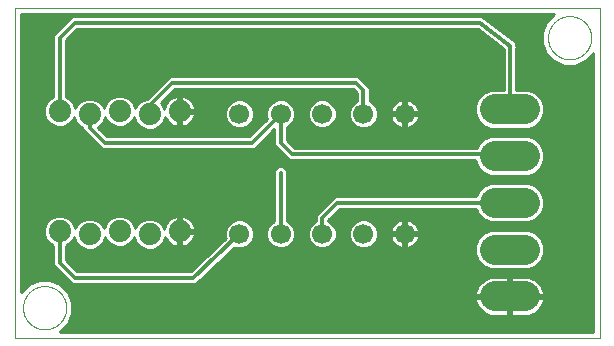
<source format=gbl>
G75*
%MOIN*%
%OFA0B0*%
%FSLAX25Y25*%
%IPPOS*%
%LPD*%
%AMOC8*
5,1,8,0,0,1.08239X$1,22.5*
%
%ADD10C,0.00000*%
%ADD11C,0.10039*%
%ADD12C,0.07400*%
%ADD13C,0.06693*%
%ADD14C,0.01000*%
%ADD15C,0.01200*%
D10*
X0001500Y0003333D02*
X0001500Y0113333D01*
X0196500Y0113333D01*
X0196500Y0003333D01*
X0001500Y0003333D01*
X0004300Y0013333D02*
X0004302Y0013510D01*
X0004309Y0013686D01*
X0004320Y0013863D01*
X0004335Y0014039D01*
X0004354Y0014214D01*
X0004378Y0014389D01*
X0004406Y0014564D01*
X0004438Y0014738D01*
X0004475Y0014911D01*
X0004516Y0015082D01*
X0004561Y0015253D01*
X0004610Y0015423D01*
X0004663Y0015592D01*
X0004721Y0015759D01*
X0004782Y0015924D01*
X0004848Y0016088D01*
X0004918Y0016251D01*
X0004991Y0016411D01*
X0005069Y0016570D01*
X0005150Y0016727D01*
X0005235Y0016882D01*
X0005324Y0017035D01*
X0005417Y0017185D01*
X0005513Y0017333D01*
X0005613Y0017479D01*
X0005717Y0017622D01*
X0005824Y0017763D01*
X0005934Y0017901D01*
X0006048Y0018036D01*
X0006165Y0018168D01*
X0006285Y0018298D01*
X0006409Y0018424D01*
X0006535Y0018548D01*
X0006665Y0018668D01*
X0006797Y0018785D01*
X0006932Y0018899D01*
X0007070Y0019009D01*
X0007211Y0019116D01*
X0007354Y0019220D01*
X0007500Y0019320D01*
X0007648Y0019416D01*
X0007798Y0019509D01*
X0007951Y0019598D01*
X0008106Y0019683D01*
X0008263Y0019764D01*
X0008422Y0019842D01*
X0008582Y0019915D01*
X0008745Y0019985D01*
X0008909Y0020051D01*
X0009074Y0020112D01*
X0009241Y0020170D01*
X0009410Y0020223D01*
X0009580Y0020272D01*
X0009751Y0020317D01*
X0009922Y0020358D01*
X0010095Y0020395D01*
X0010269Y0020427D01*
X0010444Y0020455D01*
X0010619Y0020479D01*
X0010794Y0020498D01*
X0010970Y0020513D01*
X0011147Y0020524D01*
X0011323Y0020531D01*
X0011500Y0020533D01*
X0011677Y0020531D01*
X0011853Y0020524D01*
X0012030Y0020513D01*
X0012206Y0020498D01*
X0012381Y0020479D01*
X0012556Y0020455D01*
X0012731Y0020427D01*
X0012905Y0020395D01*
X0013078Y0020358D01*
X0013249Y0020317D01*
X0013420Y0020272D01*
X0013590Y0020223D01*
X0013759Y0020170D01*
X0013926Y0020112D01*
X0014091Y0020051D01*
X0014255Y0019985D01*
X0014418Y0019915D01*
X0014578Y0019842D01*
X0014737Y0019764D01*
X0014894Y0019683D01*
X0015049Y0019598D01*
X0015202Y0019509D01*
X0015352Y0019416D01*
X0015500Y0019320D01*
X0015646Y0019220D01*
X0015789Y0019116D01*
X0015930Y0019009D01*
X0016068Y0018899D01*
X0016203Y0018785D01*
X0016335Y0018668D01*
X0016465Y0018548D01*
X0016591Y0018424D01*
X0016715Y0018298D01*
X0016835Y0018168D01*
X0016952Y0018036D01*
X0017066Y0017901D01*
X0017176Y0017763D01*
X0017283Y0017622D01*
X0017387Y0017479D01*
X0017487Y0017333D01*
X0017583Y0017185D01*
X0017676Y0017035D01*
X0017765Y0016882D01*
X0017850Y0016727D01*
X0017931Y0016570D01*
X0018009Y0016411D01*
X0018082Y0016251D01*
X0018152Y0016088D01*
X0018218Y0015924D01*
X0018279Y0015759D01*
X0018337Y0015592D01*
X0018390Y0015423D01*
X0018439Y0015253D01*
X0018484Y0015082D01*
X0018525Y0014911D01*
X0018562Y0014738D01*
X0018594Y0014564D01*
X0018622Y0014389D01*
X0018646Y0014214D01*
X0018665Y0014039D01*
X0018680Y0013863D01*
X0018691Y0013686D01*
X0018698Y0013510D01*
X0018700Y0013333D01*
X0018698Y0013156D01*
X0018691Y0012980D01*
X0018680Y0012803D01*
X0018665Y0012627D01*
X0018646Y0012452D01*
X0018622Y0012277D01*
X0018594Y0012102D01*
X0018562Y0011928D01*
X0018525Y0011755D01*
X0018484Y0011584D01*
X0018439Y0011413D01*
X0018390Y0011243D01*
X0018337Y0011074D01*
X0018279Y0010907D01*
X0018218Y0010742D01*
X0018152Y0010578D01*
X0018082Y0010415D01*
X0018009Y0010255D01*
X0017931Y0010096D01*
X0017850Y0009939D01*
X0017765Y0009784D01*
X0017676Y0009631D01*
X0017583Y0009481D01*
X0017487Y0009333D01*
X0017387Y0009187D01*
X0017283Y0009044D01*
X0017176Y0008903D01*
X0017066Y0008765D01*
X0016952Y0008630D01*
X0016835Y0008498D01*
X0016715Y0008368D01*
X0016591Y0008242D01*
X0016465Y0008118D01*
X0016335Y0007998D01*
X0016203Y0007881D01*
X0016068Y0007767D01*
X0015930Y0007657D01*
X0015789Y0007550D01*
X0015646Y0007446D01*
X0015500Y0007346D01*
X0015352Y0007250D01*
X0015202Y0007157D01*
X0015049Y0007068D01*
X0014894Y0006983D01*
X0014737Y0006902D01*
X0014578Y0006824D01*
X0014418Y0006751D01*
X0014255Y0006681D01*
X0014091Y0006615D01*
X0013926Y0006554D01*
X0013759Y0006496D01*
X0013590Y0006443D01*
X0013420Y0006394D01*
X0013249Y0006349D01*
X0013078Y0006308D01*
X0012905Y0006271D01*
X0012731Y0006239D01*
X0012556Y0006211D01*
X0012381Y0006187D01*
X0012206Y0006168D01*
X0012030Y0006153D01*
X0011853Y0006142D01*
X0011677Y0006135D01*
X0011500Y0006133D01*
X0011323Y0006135D01*
X0011147Y0006142D01*
X0010970Y0006153D01*
X0010794Y0006168D01*
X0010619Y0006187D01*
X0010444Y0006211D01*
X0010269Y0006239D01*
X0010095Y0006271D01*
X0009922Y0006308D01*
X0009751Y0006349D01*
X0009580Y0006394D01*
X0009410Y0006443D01*
X0009241Y0006496D01*
X0009074Y0006554D01*
X0008909Y0006615D01*
X0008745Y0006681D01*
X0008582Y0006751D01*
X0008422Y0006824D01*
X0008263Y0006902D01*
X0008106Y0006983D01*
X0007951Y0007068D01*
X0007798Y0007157D01*
X0007648Y0007250D01*
X0007500Y0007346D01*
X0007354Y0007446D01*
X0007211Y0007550D01*
X0007070Y0007657D01*
X0006932Y0007767D01*
X0006797Y0007881D01*
X0006665Y0007998D01*
X0006535Y0008118D01*
X0006409Y0008242D01*
X0006285Y0008368D01*
X0006165Y0008498D01*
X0006048Y0008630D01*
X0005934Y0008765D01*
X0005824Y0008903D01*
X0005717Y0009044D01*
X0005613Y0009187D01*
X0005513Y0009333D01*
X0005417Y0009481D01*
X0005324Y0009631D01*
X0005235Y0009784D01*
X0005150Y0009939D01*
X0005069Y0010096D01*
X0004991Y0010255D01*
X0004918Y0010415D01*
X0004848Y0010578D01*
X0004782Y0010742D01*
X0004721Y0010907D01*
X0004663Y0011074D01*
X0004610Y0011243D01*
X0004561Y0011413D01*
X0004516Y0011584D01*
X0004475Y0011755D01*
X0004438Y0011928D01*
X0004406Y0012102D01*
X0004378Y0012277D01*
X0004354Y0012452D01*
X0004335Y0012627D01*
X0004320Y0012803D01*
X0004309Y0012980D01*
X0004302Y0013156D01*
X0004300Y0013333D01*
X0179300Y0103333D02*
X0179302Y0103510D01*
X0179309Y0103686D01*
X0179320Y0103863D01*
X0179335Y0104039D01*
X0179354Y0104214D01*
X0179378Y0104389D01*
X0179406Y0104564D01*
X0179438Y0104738D01*
X0179475Y0104911D01*
X0179516Y0105082D01*
X0179561Y0105253D01*
X0179610Y0105423D01*
X0179663Y0105592D01*
X0179721Y0105759D01*
X0179782Y0105924D01*
X0179848Y0106088D01*
X0179918Y0106251D01*
X0179991Y0106411D01*
X0180069Y0106570D01*
X0180150Y0106727D01*
X0180235Y0106882D01*
X0180324Y0107035D01*
X0180417Y0107185D01*
X0180513Y0107333D01*
X0180613Y0107479D01*
X0180717Y0107622D01*
X0180824Y0107763D01*
X0180934Y0107901D01*
X0181048Y0108036D01*
X0181165Y0108168D01*
X0181285Y0108298D01*
X0181409Y0108424D01*
X0181535Y0108548D01*
X0181665Y0108668D01*
X0181797Y0108785D01*
X0181932Y0108899D01*
X0182070Y0109009D01*
X0182211Y0109116D01*
X0182354Y0109220D01*
X0182500Y0109320D01*
X0182648Y0109416D01*
X0182798Y0109509D01*
X0182951Y0109598D01*
X0183106Y0109683D01*
X0183263Y0109764D01*
X0183422Y0109842D01*
X0183582Y0109915D01*
X0183745Y0109985D01*
X0183909Y0110051D01*
X0184074Y0110112D01*
X0184241Y0110170D01*
X0184410Y0110223D01*
X0184580Y0110272D01*
X0184751Y0110317D01*
X0184922Y0110358D01*
X0185095Y0110395D01*
X0185269Y0110427D01*
X0185444Y0110455D01*
X0185619Y0110479D01*
X0185794Y0110498D01*
X0185970Y0110513D01*
X0186147Y0110524D01*
X0186323Y0110531D01*
X0186500Y0110533D01*
X0186677Y0110531D01*
X0186853Y0110524D01*
X0187030Y0110513D01*
X0187206Y0110498D01*
X0187381Y0110479D01*
X0187556Y0110455D01*
X0187731Y0110427D01*
X0187905Y0110395D01*
X0188078Y0110358D01*
X0188249Y0110317D01*
X0188420Y0110272D01*
X0188590Y0110223D01*
X0188759Y0110170D01*
X0188926Y0110112D01*
X0189091Y0110051D01*
X0189255Y0109985D01*
X0189418Y0109915D01*
X0189578Y0109842D01*
X0189737Y0109764D01*
X0189894Y0109683D01*
X0190049Y0109598D01*
X0190202Y0109509D01*
X0190352Y0109416D01*
X0190500Y0109320D01*
X0190646Y0109220D01*
X0190789Y0109116D01*
X0190930Y0109009D01*
X0191068Y0108899D01*
X0191203Y0108785D01*
X0191335Y0108668D01*
X0191465Y0108548D01*
X0191591Y0108424D01*
X0191715Y0108298D01*
X0191835Y0108168D01*
X0191952Y0108036D01*
X0192066Y0107901D01*
X0192176Y0107763D01*
X0192283Y0107622D01*
X0192387Y0107479D01*
X0192487Y0107333D01*
X0192583Y0107185D01*
X0192676Y0107035D01*
X0192765Y0106882D01*
X0192850Y0106727D01*
X0192931Y0106570D01*
X0193009Y0106411D01*
X0193082Y0106251D01*
X0193152Y0106088D01*
X0193218Y0105924D01*
X0193279Y0105759D01*
X0193337Y0105592D01*
X0193390Y0105423D01*
X0193439Y0105253D01*
X0193484Y0105082D01*
X0193525Y0104911D01*
X0193562Y0104738D01*
X0193594Y0104564D01*
X0193622Y0104389D01*
X0193646Y0104214D01*
X0193665Y0104039D01*
X0193680Y0103863D01*
X0193691Y0103686D01*
X0193698Y0103510D01*
X0193700Y0103333D01*
X0193698Y0103156D01*
X0193691Y0102980D01*
X0193680Y0102803D01*
X0193665Y0102627D01*
X0193646Y0102452D01*
X0193622Y0102277D01*
X0193594Y0102102D01*
X0193562Y0101928D01*
X0193525Y0101755D01*
X0193484Y0101584D01*
X0193439Y0101413D01*
X0193390Y0101243D01*
X0193337Y0101074D01*
X0193279Y0100907D01*
X0193218Y0100742D01*
X0193152Y0100578D01*
X0193082Y0100415D01*
X0193009Y0100255D01*
X0192931Y0100096D01*
X0192850Y0099939D01*
X0192765Y0099784D01*
X0192676Y0099631D01*
X0192583Y0099481D01*
X0192487Y0099333D01*
X0192387Y0099187D01*
X0192283Y0099044D01*
X0192176Y0098903D01*
X0192066Y0098765D01*
X0191952Y0098630D01*
X0191835Y0098498D01*
X0191715Y0098368D01*
X0191591Y0098242D01*
X0191465Y0098118D01*
X0191335Y0097998D01*
X0191203Y0097881D01*
X0191068Y0097767D01*
X0190930Y0097657D01*
X0190789Y0097550D01*
X0190646Y0097446D01*
X0190500Y0097346D01*
X0190352Y0097250D01*
X0190202Y0097157D01*
X0190049Y0097068D01*
X0189894Y0096983D01*
X0189737Y0096902D01*
X0189578Y0096824D01*
X0189418Y0096751D01*
X0189255Y0096681D01*
X0189091Y0096615D01*
X0188926Y0096554D01*
X0188759Y0096496D01*
X0188590Y0096443D01*
X0188420Y0096394D01*
X0188249Y0096349D01*
X0188078Y0096308D01*
X0187905Y0096271D01*
X0187731Y0096239D01*
X0187556Y0096211D01*
X0187381Y0096187D01*
X0187206Y0096168D01*
X0187030Y0096153D01*
X0186853Y0096142D01*
X0186677Y0096135D01*
X0186500Y0096133D01*
X0186323Y0096135D01*
X0186147Y0096142D01*
X0185970Y0096153D01*
X0185794Y0096168D01*
X0185619Y0096187D01*
X0185444Y0096211D01*
X0185269Y0096239D01*
X0185095Y0096271D01*
X0184922Y0096308D01*
X0184751Y0096349D01*
X0184580Y0096394D01*
X0184410Y0096443D01*
X0184241Y0096496D01*
X0184074Y0096554D01*
X0183909Y0096615D01*
X0183745Y0096681D01*
X0183582Y0096751D01*
X0183422Y0096824D01*
X0183263Y0096902D01*
X0183106Y0096983D01*
X0182951Y0097068D01*
X0182798Y0097157D01*
X0182648Y0097250D01*
X0182500Y0097346D01*
X0182354Y0097446D01*
X0182211Y0097550D01*
X0182070Y0097657D01*
X0181932Y0097767D01*
X0181797Y0097881D01*
X0181665Y0097998D01*
X0181535Y0098118D01*
X0181409Y0098242D01*
X0181285Y0098368D01*
X0181165Y0098498D01*
X0181048Y0098630D01*
X0180934Y0098765D01*
X0180824Y0098903D01*
X0180717Y0099044D01*
X0180613Y0099187D01*
X0180513Y0099333D01*
X0180417Y0099481D01*
X0180324Y0099631D01*
X0180235Y0099784D01*
X0180150Y0099939D01*
X0180069Y0100096D01*
X0179991Y0100255D01*
X0179918Y0100415D01*
X0179848Y0100578D01*
X0179782Y0100742D01*
X0179721Y0100907D01*
X0179663Y0101074D01*
X0179610Y0101243D01*
X0179561Y0101413D01*
X0179516Y0101584D01*
X0179475Y0101755D01*
X0179438Y0101928D01*
X0179406Y0102102D01*
X0179378Y0102277D01*
X0179354Y0102452D01*
X0179335Y0102627D01*
X0179320Y0102803D01*
X0179309Y0102980D01*
X0179302Y0103156D01*
X0179300Y0103333D01*
D11*
X0171520Y0079514D02*
X0161480Y0079514D01*
X0161480Y0063924D02*
X0171520Y0063924D01*
X0171520Y0048333D02*
X0161480Y0048333D01*
X0161480Y0032743D02*
X0171520Y0032743D01*
X0171520Y0017152D02*
X0161480Y0017152D01*
D12*
X0056500Y0038833D03*
X0046500Y0037833D03*
X0036500Y0038833D03*
X0026500Y0037833D03*
X0016500Y0038833D03*
X0026500Y0077833D03*
X0016500Y0078833D03*
X0036500Y0078833D03*
X0046500Y0077833D03*
X0056500Y0078833D03*
D13*
X0076441Y0077940D03*
X0090220Y0077940D03*
X0104000Y0077940D03*
X0117780Y0077940D03*
X0131559Y0077940D03*
X0131559Y0037940D03*
X0117780Y0037940D03*
X0104000Y0037940D03*
X0090220Y0037940D03*
X0076441Y0037940D03*
D14*
X0079958Y0041277D02*
X0086704Y0041277D01*
X0086112Y0040685D02*
X0085374Y0038904D01*
X0085374Y0036976D01*
X0086112Y0035194D01*
X0087475Y0033831D01*
X0089256Y0033093D01*
X0091184Y0033093D01*
X0092966Y0033831D01*
X0094329Y0035194D01*
X0095067Y0036976D01*
X0095067Y0038904D01*
X0094329Y0040685D01*
X0092966Y0042048D01*
X0092320Y0042316D01*
X0092320Y0059203D01*
X0091090Y0060433D01*
X0089351Y0060433D01*
X0088120Y0059203D01*
X0088120Y0042316D01*
X0087475Y0042048D01*
X0086112Y0040685D01*
X0085943Y0040278D02*
X0080718Y0040278D01*
X0080550Y0040685D02*
X0079186Y0042048D01*
X0077405Y0042786D01*
X0075477Y0042786D01*
X0073696Y0042048D01*
X0072332Y0040685D01*
X0071594Y0038904D01*
X0071594Y0036976D01*
X0071814Y0036445D01*
X0060209Y0025433D01*
X0022370Y0025433D01*
X0018600Y0029203D01*
X0018600Y0034075D01*
X0019446Y0034425D01*
X0020908Y0035888D01*
X0021300Y0036833D01*
X0021300Y0036799D01*
X0022092Y0034888D01*
X0023554Y0033425D01*
X0025466Y0032633D01*
X0027534Y0032633D01*
X0029446Y0033425D01*
X0030908Y0034888D01*
X0031700Y0036799D01*
X0031700Y0036833D01*
X0032092Y0035888D01*
X0033554Y0034425D01*
X0035466Y0033633D01*
X0037534Y0033633D01*
X0039446Y0034425D01*
X0040908Y0035888D01*
X0041300Y0036833D01*
X0041300Y0036799D01*
X0042092Y0034888D01*
X0043554Y0033425D01*
X0045466Y0032633D01*
X0047534Y0032633D01*
X0049446Y0033425D01*
X0050908Y0034888D01*
X0051700Y0036799D01*
X0051700Y0036800D01*
X0052053Y0036108D01*
X0052534Y0035446D01*
X0053112Y0034867D01*
X0053775Y0034386D01*
X0054504Y0034014D01*
X0055282Y0033761D01*
X0056000Y0033648D01*
X0056000Y0038333D01*
X0057000Y0038333D01*
X0057000Y0033648D01*
X0057718Y0033761D01*
X0058496Y0034014D01*
X0059225Y0034386D01*
X0059888Y0034867D01*
X0060466Y0035446D01*
X0060947Y0036108D01*
X0061319Y0036837D01*
X0061572Y0037616D01*
X0061686Y0038333D01*
X0057000Y0038333D01*
X0057000Y0039333D01*
X0061686Y0039333D01*
X0061572Y0040051D01*
X0061319Y0040829D01*
X0060947Y0041559D01*
X0060466Y0042221D01*
X0059888Y0042800D01*
X0059225Y0043281D01*
X0058496Y0043652D01*
X0057718Y0043905D01*
X0057000Y0044019D01*
X0057000Y0039333D01*
X0056000Y0039333D01*
X0056000Y0044019D01*
X0055282Y0043905D01*
X0054504Y0043652D01*
X0053775Y0043281D01*
X0053112Y0042800D01*
X0052534Y0042221D01*
X0052053Y0041559D01*
X0051681Y0040829D01*
X0051428Y0040051D01*
X0051368Y0039670D01*
X0050908Y0040779D01*
X0049446Y0042242D01*
X0047534Y0043033D01*
X0045466Y0043033D01*
X0043554Y0042242D01*
X0042092Y0040779D01*
X0041700Y0039833D01*
X0041700Y0039868D01*
X0040908Y0041779D01*
X0039446Y0043242D01*
X0037534Y0044033D01*
X0035466Y0044033D01*
X0033554Y0043242D01*
X0032092Y0041779D01*
X0031300Y0039868D01*
X0031300Y0039833D01*
X0030908Y0040779D01*
X0029446Y0042242D01*
X0027534Y0043033D01*
X0025466Y0043033D01*
X0023554Y0042242D01*
X0022092Y0040779D01*
X0021700Y0039833D01*
X0021700Y0039868D01*
X0020908Y0041779D01*
X0019446Y0043242D01*
X0017534Y0044033D01*
X0015466Y0044033D01*
X0013554Y0043242D01*
X0012092Y0041779D01*
X0011300Y0039868D01*
X0011300Y0037799D01*
X0012092Y0035888D01*
X0013554Y0034425D01*
X0014400Y0034075D01*
X0014400Y0027463D01*
X0015630Y0026233D01*
X0019400Y0022463D01*
X0020630Y0021233D01*
X0061020Y0021233D01*
X0061862Y0021211D01*
X0061885Y0021233D01*
X0061917Y0021233D01*
X0062513Y0021829D01*
X0074716Y0033408D01*
X0075477Y0033093D01*
X0077405Y0033093D01*
X0079186Y0033831D01*
X0080550Y0035194D01*
X0081287Y0036976D01*
X0081287Y0038904D01*
X0080550Y0040685D01*
X0081132Y0039280D02*
X0085530Y0039280D01*
X0085374Y0038281D02*
X0081287Y0038281D01*
X0081287Y0037283D02*
X0085374Y0037283D01*
X0085660Y0036284D02*
X0081001Y0036284D01*
X0080587Y0035286D02*
X0086074Y0035286D01*
X0087019Y0034287D02*
X0079642Y0034287D01*
X0077877Y0033289D02*
X0088784Y0033289D01*
X0091656Y0033289D02*
X0102564Y0033289D01*
X0103036Y0033093D02*
X0104964Y0033093D01*
X0106745Y0033831D01*
X0108109Y0035194D01*
X0108846Y0036976D01*
X0108846Y0038904D01*
X0108109Y0040685D01*
X0106745Y0042048D01*
X0106100Y0042316D01*
X0106100Y0042463D01*
X0109870Y0046233D01*
X0155293Y0046233D01*
X0155953Y0044640D01*
X0157787Y0042806D01*
X0160183Y0041814D01*
X0172817Y0041814D01*
X0175213Y0042806D01*
X0177047Y0044640D01*
X0178039Y0047036D01*
X0178039Y0049630D01*
X0177047Y0052026D01*
X0175213Y0053860D01*
X0172817Y0054853D01*
X0160183Y0054853D01*
X0157787Y0053860D01*
X0155953Y0052026D01*
X0155293Y0050433D01*
X0108130Y0050433D01*
X0103130Y0045433D01*
X0101900Y0044203D01*
X0101900Y0042316D01*
X0101255Y0042048D01*
X0099891Y0040685D01*
X0099154Y0038904D01*
X0099154Y0036976D01*
X0099891Y0035194D01*
X0101255Y0033831D01*
X0103036Y0033093D01*
X0100799Y0034287D02*
X0093422Y0034287D01*
X0094367Y0035286D02*
X0099854Y0035286D01*
X0099440Y0036284D02*
X0094781Y0036284D01*
X0095067Y0037283D02*
X0099154Y0037283D01*
X0099154Y0038281D02*
X0095067Y0038281D01*
X0094911Y0039280D02*
X0099309Y0039280D01*
X0099723Y0040278D02*
X0094498Y0040278D01*
X0093737Y0041277D02*
X0100483Y0041277D01*
X0101803Y0042275D02*
X0092418Y0042275D01*
X0092320Y0043274D02*
X0101900Y0043274D01*
X0101969Y0044272D02*
X0092320Y0044272D01*
X0092320Y0045271D02*
X0102968Y0045271D01*
X0103966Y0046269D02*
X0092320Y0046269D01*
X0092320Y0047268D02*
X0104965Y0047268D01*
X0105963Y0048266D02*
X0092320Y0048266D01*
X0092320Y0049265D02*
X0106962Y0049265D01*
X0107960Y0050263D02*
X0092320Y0050263D01*
X0092320Y0051262D02*
X0155637Y0051262D01*
X0156187Y0052260D02*
X0092320Y0052260D01*
X0092320Y0053259D02*
X0157186Y0053259D01*
X0158746Y0054257D02*
X0092320Y0054257D01*
X0092320Y0055256D02*
X0194425Y0055256D01*
X0194425Y0056254D02*
X0092320Y0056254D01*
X0092320Y0057253D02*
X0194425Y0057253D01*
X0194425Y0058251D02*
X0174862Y0058251D01*
X0175213Y0058397D02*
X0177047Y0060231D01*
X0178039Y0062627D01*
X0178039Y0065221D01*
X0177047Y0067617D01*
X0175213Y0069451D01*
X0172817Y0070444D01*
X0160183Y0070444D01*
X0157787Y0069451D01*
X0155953Y0067617D01*
X0155566Y0066683D01*
X0094840Y0066683D01*
X0092320Y0069203D01*
X0092320Y0073564D01*
X0092966Y0073831D01*
X0094329Y0075194D01*
X0095067Y0076976D01*
X0095067Y0078904D01*
X0094329Y0080685D01*
X0092966Y0082048D01*
X0091184Y0082786D01*
X0089256Y0082786D01*
X0087475Y0082048D01*
X0086112Y0080685D01*
X0085374Y0078904D01*
X0085374Y0076976D01*
X0085641Y0076330D01*
X0079744Y0070433D01*
X0032370Y0070433D01*
X0029398Y0073405D01*
X0029446Y0073425D01*
X0030908Y0074888D01*
X0031700Y0076799D01*
X0031700Y0076833D01*
X0032092Y0075888D01*
X0033554Y0074425D01*
X0035466Y0073633D01*
X0037534Y0073633D01*
X0039446Y0074425D01*
X0040908Y0075888D01*
X0041300Y0076833D01*
X0041300Y0076799D01*
X0042092Y0074888D01*
X0043554Y0073425D01*
X0045466Y0072633D01*
X0047534Y0072633D01*
X0049446Y0073425D01*
X0050908Y0074888D01*
X0051700Y0076799D01*
X0051700Y0076800D01*
X0052053Y0076108D01*
X0052534Y0075446D01*
X0053112Y0074867D01*
X0053775Y0074386D01*
X0054504Y0074014D01*
X0055282Y0073761D01*
X0056000Y0073648D01*
X0056000Y0078333D01*
X0057000Y0078333D01*
X0057000Y0073648D01*
X0057718Y0073761D01*
X0058496Y0074014D01*
X0059225Y0074386D01*
X0059888Y0074867D01*
X0060466Y0075446D01*
X0060947Y0076108D01*
X0061319Y0076837D01*
X0061572Y0077616D01*
X0061686Y0078333D01*
X0057000Y0078333D01*
X0057000Y0079333D01*
X0061686Y0079333D01*
X0061572Y0080051D01*
X0061319Y0080829D01*
X0060947Y0081559D01*
X0060466Y0082221D01*
X0059888Y0082800D01*
X0059225Y0083281D01*
X0058496Y0083652D01*
X0057718Y0083905D01*
X0057000Y0084019D01*
X0057000Y0079333D01*
X0056000Y0079333D01*
X0056000Y0084019D01*
X0055282Y0083905D01*
X0054504Y0083652D01*
X0053775Y0083281D01*
X0053112Y0082800D01*
X0052534Y0082221D01*
X0052053Y0081559D01*
X0051681Y0080829D01*
X0051428Y0080051D01*
X0051368Y0079670D01*
X0050908Y0080779D01*
X0050162Y0081525D01*
X0054870Y0086233D01*
X0114380Y0086233D01*
X0115650Y0084963D01*
X0115650Y0082303D01*
X0115034Y0082048D01*
X0113671Y0080685D01*
X0112933Y0078904D01*
X0112933Y0076976D01*
X0113671Y0075194D01*
X0115034Y0073831D01*
X0116816Y0073093D01*
X0118744Y0073093D01*
X0120525Y0073831D01*
X0121888Y0075194D01*
X0122626Y0076976D01*
X0122626Y0078904D01*
X0121888Y0080685D01*
X0120525Y0082048D01*
X0119850Y0082328D01*
X0119850Y0086703D01*
X0118620Y0087933D01*
X0116120Y0090433D01*
X0053130Y0090433D01*
X0051900Y0089203D01*
X0045730Y0083033D01*
X0045466Y0083033D01*
X0043554Y0082242D01*
X0042092Y0080779D01*
X0041700Y0079833D01*
X0041700Y0079868D01*
X0040908Y0081779D01*
X0039446Y0083242D01*
X0037534Y0084033D01*
X0035466Y0084033D01*
X0033554Y0083242D01*
X0032092Y0081779D01*
X0031300Y0079868D01*
X0031300Y0079833D01*
X0030908Y0080779D01*
X0029446Y0082242D01*
X0027534Y0083033D01*
X0025466Y0083033D01*
X0023554Y0082242D01*
X0022092Y0080779D01*
X0021700Y0079833D01*
X0021700Y0079868D01*
X0020908Y0081779D01*
X0019446Y0083242D01*
X0018600Y0083592D01*
X0018600Y0102463D01*
X0022370Y0106233D01*
X0155798Y0106233D01*
X0164518Y0099668D01*
X0164518Y0086034D01*
X0160183Y0086034D01*
X0157787Y0085042D01*
X0155953Y0083208D01*
X0154961Y0080811D01*
X0154961Y0078218D01*
X0155953Y0075821D01*
X0157787Y0073987D01*
X0160183Y0072995D01*
X0172817Y0072995D01*
X0175213Y0073987D01*
X0177047Y0075821D01*
X0178039Y0078218D01*
X0178039Y0080811D01*
X0177047Y0083208D01*
X0175213Y0085042D01*
X0172817Y0086034D01*
X0168718Y0086034D01*
X0168718Y0100013D01*
X0168819Y0100147D01*
X0168718Y0100862D01*
X0168718Y0101585D01*
X0168600Y0101704D01*
X0168576Y0101870D01*
X0167999Y0102304D01*
X0167488Y0102815D01*
X0167320Y0102815D01*
X0157881Y0109922D01*
X0157370Y0110433D01*
X0157202Y0110433D01*
X0157068Y0110534D01*
X0156353Y0110433D01*
X0020630Y0110433D01*
X0015630Y0105433D01*
X0014400Y0104203D01*
X0014400Y0083592D01*
X0013554Y0083242D01*
X0012092Y0081779D01*
X0011300Y0079868D01*
X0011300Y0077799D01*
X0012092Y0075888D01*
X0013554Y0074425D01*
X0015466Y0073633D01*
X0017534Y0073633D01*
X0019446Y0074425D01*
X0020908Y0075888D01*
X0021300Y0076833D01*
X0021300Y0076799D01*
X0022092Y0074888D01*
X0023554Y0073425D01*
X0024400Y0073075D01*
X0024400Y0072463D01*
X0029400Y0067463D01*
X0030630Y0066233D01*
X0081484Y0066233D01*
X0088120Y0072870D01*
X0088120Y0067463D01*
X0089351Y0066233D01*
X0093101Y0062483D01*
X0155020Y0062483D01*
X0155953Y0060231D01*
X0157787Y0058397D01*
X0160183Y0057404D01*
X0172817Y0057404D01*
X0175213Y0058397D01*
X0176066Y0059250D02*
X0194425Y0059250D01*
X0194425Y0060248D02*
X0177054Y0060248D01*
X0177468Y0061247D02*
X0194425Y0061247D01*
X0194425Y0062245D02*
X0177881Y0062245D01*
X0178039Y0063244D02*
X0194425Y0063244D01*
X0194425Y0064243D02*
X0178039Y0064243D01*
X0178031Y0065241D02*
X0194425Y0065241D01*
X0194425Y0066240D02*
X0177617Y0066240D01*
X0177204Y0067238D02*
X0194425Y0067238D01*
X0194425Y0068237D02*
X0176427Y0068237D01*
X0175429Y0069235D02*
X0194425Y0069235D01*
X0194425Y0070234D02*
X0173323Y0070234D01*
X0173382Y0073229D02*
X0194425Y0073229D01*
X0194425Y0072231D02*
X0092320Y0072231D01*
X0092320Y0073229D02*
X0102708Y0073229D01*
X0103036Y0073093D02*
X0104964Y0073093D01*
X0106745Y0073831D01*
X0108109Y0075194D01*
X0108846Y0076976D01*
X0108846Y0078904D01*
X0108109Y0080685D01*
X0106745Y0082048D01*
X0104964Y0082786D01*
X0103036Y0082786D01*
X0101255Y0082048D01*
X0099891Y0080685D01*
X0099154Y0078904D01*
X0099154Y0076976D01*
X0099891Y0075194D01*
X0101255Y0073831D01*
X0103036Y0073093D01*
X0100858Y0074228D02*
X0093362Y0074228D01*
X0094342Y0075226D02*
X0099878Y0075226D01*
X0099465Y0076225D02*
X0094756Y0076225D01*
X0095067Y0077223D02*
X0099154Y0077223D01*
X0099154Y0078222D02*
X0095067Y0078222D01*
X0094936Y0079220D02*
X0099285Y0079220D01*
X0099698Y0080219D02*
X0094522Y0080219D01*
X0093797Y0081217D02*
X0100424Y0081217D01*
X0101659Y0082216D02*
X0092561Y0082216D01*
X0087880Y0082216D02*
X0078782Y0082216D01*
X0079186Y0082048D02*
X0077405Y0082786D01*
X0075477Y0082786D01*
X0073696Y0082048D01*
X0072332Y0080685D01*
X0071594Y0078904D01*
X0071594Y0076976D01*
X0072332Y0075194D01*
X0073696Y0073831D01*
X0075477Y0073093D01*
X0077405Y0073093D01*
X0079186Y0073831D01*
X0080550Y0075194D01*
X0081287Y0076976D01*
X0081287Y0078904D01*
X0080550Y0080685D01*
X0079186Y0082048D01*
X0080017Y0081217D02*
X0086644Y0081217D01*
X0085919Y0080219D02*
X0080743Y0080219D01*
X0081156Y0079220D02*
X0085505Y0079220D01*
X0085374Y0078222D02*
X0081287Y0078222D01*
X0081287Y0077223D02*
X0085374Y0077223D01*
X0085536Y0076225D02*
X0080976Y0076225D01*
X0080563Y0075226D02*
X0084537Y0075226D01*
X0083539Y0074228D02*
X0079583Y0074228D01*
X0077733Y0073229D02*
X0082540Y0073229D01*
X0081542Y0072231D02*
X0030573Y0072231D01*
X0031571Y0071232D02*
X0080543Y0071232D01*
X0084486Y0069235D02*
X0088120Y0069235D01*
X0088120Y0068237D02*
X0083487Y0068237D01*
X0082489Y0067238D02*
X0088346Y0067238D01*
X0089344Y0066240D02*
X0081490Y0066240D01*
X0085484Y0070234D02*
X0088120Y0070234D01*
X0088120Y0071232D02*
X0086483Y0071232D01*
X0087481Y0072231D02*
X0088120Y0072231D01*
X0092320Y0071232D02*
X0194425Y0071232D01*
X0194425Y0074228D02*
X0175453Y0074228D01*
X0176452Y0075226D02*
X0194425Y0075226D01*
X0194425Y0076225D02*
X0177214Y0076225D01*
X0177627Y0077223D02*
X0194425Y0077223D01*
X0194425Y0078222D02*
X0178039Y0078222D01*
X0178039Y0079220D02*
X0194425Y0079220D01*
X0194425Y0080219D02*
X0178039Y0080219D01*
X0177871Y0081217D02*
X0194425Y0081217D01*
X0194425Y0082216D02*
X0177458Y0082216D01*
X0177040Y0083214D02*
X0194425Y0083214D01*
X0194425Y0084213D02*
X0176042Y0084213D01*
X0174803Y0085211D02*
X0194425Y0085211D01*
X0194425Y0086210D02*
X0168718Y0086210D01*
X0168718Y0087208D02*
X0194425Y0087208D01*
X0194425Y0088207D02*
X0168718Y0088207D01*
X0168718Y0089205D02*
X0194425Y0089205D01*
X0194425Y0090204D02*
X0168718Y0090204D01*
X0168718Y0091202D02*
X0194425Y0091202D01*
X0194425Y0092201D02*
X0168718Y0092201D01*
X0168718Y0093199D02*
X0194425Y0093199D01*
X0194425Y0094198D02*
X0188681Y0094198D01*
X0188345Y0094059D02*
X0191754Y0095471D01*
X0194363Y0098080D01*
X0194425Y0098230D01*
X0194425Y0005408D01*
X0016603Y0005408D01*
X0016754Y0005471D01*
X0019363Y0008080D01*
X0020775Y0011488D01*
X0020775Y0015178D01*
X0019363Y0018587D01*
X0016754Y0021196D01*
X0013345Y0022608D01*
X0009655Y0022608D01*
X0006246Y0021196D01*
X0003637Y0018587D01*
X0003575Y0018436D01*
X0003575Y0111259D01*
X0181397Y0111259D01*
X0181246Y0111196D01*
X0178637Y0108587D01*
X0177225Y0105178D01*
X0177225Y0101488D01*
X0178637Y0098080D01*
X0181246Y0095471D01*
X0184655Y0094059D01*
X0188345Y0094059D01*
X0191092Y0095196D02*
X0194425Y0095196D01*
X0194425Y0096195D02*
X0192478Y0096195D01*
X0193477Y0097193D02*
X0194425Y0097193D01*
X0194409Y0098192D02*
X0194425Y0098192D01*
X0184319Y0094198D02*
X0168718Y0094198D01*
X0168718Y0095196D02*
X0181908Y0095196D01*
X0180522Y0096195D02*
X0168718Y0096195D01*
X0168718Y0097193D02*
X0179523Y0097193D01*
X0178591Y0098192D02*
X0168718Y0098192D01*
X0168718Y0099190D02*
X0178177Y0099190D01*
X0177763Y0100189D02*
X0168813Y0100189D01*
X0168718Y0101187D02*
X0177350Y0101187D01*
X0177225Y0102186D02*
X0168156Y0102186D01*
X0166830Y0103184D02*
X0177225Y0103184D01*
X0177225Y0104183D02*
X0165504Y0104183D01*
X0164177Y0105181D02*
X0177227Y0105181D01*
X0177640Y0106180D02*
X0162851Y0106180D01*
X0161525Y0107179D02*
X0178054Y0107179D01*
X0178467Y0108177D02*
X0160199Y0108177D01*
X0158873Y0109176D02*
X0179226Y0109176D01*
X0180224Y0110174D02*
X0157629Y0110174D01*
X0155869Y0106180D02*
X0022317Y0106180D01*
X0021318Y0105181D02*
X0157195Y0105181D01*
X0158521Y0104183D02*
X0020319Y0104183D01*
X0019321Y0103184D02*
X0159847Y0103184D01*
X0161173Y0102186D02*
X0018600Y0102186D01*
X0018600Y0101187D02*
X0162500Y0101187D01*
X0163826Y0100189D02*
X0018600Y0100189D01*
X0018600Y0099190D02*
X0164518Y0099190D01*
X0164518Y0098192D02*
X0018600Y0098192D01*
X0018600Y0097193D02*
X0164518Y0097193D01*
X0164518Y0096195D02*
X0018600Y0096195D01*
X0018600Y0095196D02*
X0164518Y0095196D01*
X0164518Y0094198D02*
X0018600Y0094198D01*
X0018600Y0093199D02*
X0164518Y0093199D01*
X0164518Y0092201D02*
X0018600Y0092201D01*
X0018600Y0091202D02*
X0164518Y0091202D01*
X0164518Y0090204D02*
X0116349Y0090204D01*
X0117348Y0089205D02*
X0164518Y0089205D01*
X0164518Y0088207D02*
X0118346Y0088207D01*
X0119345Y0087208D02*
X0164518Y0087208D01*
X0164518Y0086210D02*
X0119850Y0086210D01*
X0119850Y0085211D02*
X0158197Y0085211D01*
X0156958Y0084213D02*
X0119850Y0084213D01*
X0119850Y0083214D02*
X0155960Y0083214D01*
X0155542Y0082216D02*
X0133842Y0082216D01*
X0134099Y0082085D02*
X0133419Y0082431D01*
X0132694Y0082667D01*
X0132059Y0082767D01*
X0132059Y0078440D01*
X0131059Y0078440D01*
X0131059Y0082767D01*
X0130424Y0082667D01*
X0129699Y0082431D01*
X0129019Y0082085D01*
X0128402Y0081636D01*
X0127862Y0081097D01*
X0127414Y0080480D01*
X0127068Y0079800D01*
X0126832Y0079075D01*
X0126731Y0078440D01*
X0131059Y0078440D01*
X0131059Y0077440D01*
X0126731Y0077440D01*
X0126832Y0076805D01*
X0127068Y0076079D01*
X0127414Y0075400D01*
X0127862Y0074782D01*
X0128402Y0074243D01*
X0129019Y0073795D01*
X0129699Y0073448D01*
X0130424Y0073213D01*
X0131059Y0073112D01*
X0131059Y0077440D01*
X0132059Y0077440D01*
X0132059Y0078440D01*
X0136387Y0078440D01*
X0136286Y0079075D01*
X0136050Y0079800D01*
X0135704Y0080480D01*
X0135256Y0081097D01*
X0134716Y0081636D01*
X0134099Y0082085D01*
X0135135Y0081217D02*
X0155129Y0081217D01*
X0154961Y0080219D02*
X0135837Y0080219D01*
X0136239Y0079220D02*
X0154961Y0079220D01*
X0154961Y0078222D02*
X0132059Y0078222D01*
X0132059Y0077440D02*
X0136387Y0077440D01*
X0136286Y0076805D01*
X0136050Y0076079D01*
X0135704Y0075400D01*
X0135256Y0074782D01*
X0134716Y0074243D01*
X0134099Y0073795D01*
X0133419Y0073448D01*
X0132694Y0073213D01*
X0132059Y0073112D01*
X0132059Y0077440D01*
X0132059Y0077223D02*
X0131059Y0077223D01*
X0131059Y0076225D02*
X0132059Y0076225D01*
X0132059Y0075226D02*
X0131059Y0075226D01*
X0131059Y0074228D02*
X0132059Y0074228D01*
X0132059Y0073229D02*
X0131059Y0073229D01*
X0130373Y0073229D02*
X0119072Y0073229D01*
X0120921Y0074228D02*
X0128423Y0074228D01*
X0127540Y0075226D02*
X0121901Y0075226D01*
X0122315Y0076225D02*
X0127020Y0076225D01*
X0126766Y0077223D02*
X0122626Y0077223D01*
X0122626Y0078222D02*
X0131059Y0078222D01*
X0131059Y0079220D02*
X0132059Y0079220D01*
X0132059Y0080219D02*
X0131059Y0080219D01*
X0131059Y0081217D02*
X0132059Y0081217D01*
X0132059Y0082216D02*
X0131059Y0082216D01*
X0129276Y0082216D02*
X0120120Y0082216D01*
X0121356Y0081217D02*
X0127983Y0081217D01*
X0127281Y0080219D02*
X0122081Y0080219D01*
X0122495Y0079220D02*
X0126879Y0079220D01*
X0134695Y0074228D02*
X0157547Y0074228D01*
X0156548Y0075226D02*
X0135578Y0075226D01*
X0136098Y0076225D02*
X0155786Y0076225D01*
X0155373Y0077223D02*
X0136352Y0077223D01*
X0132745Y0073229D02*
X0159618Y0073229D01*
X0159677Y0070234D02*
X0092320Y0070234D01*
X0092320Y0069235D02*
X0157571Y0069235D01*
X0156573Y0068237D02*
X0093287Y0068237D01*
X0094286Y0067238D02*
X0155796Y0067238D01*
X0155119Y0062245D02*
X0003575Y0062245D01*
X0003575Y0061247D02*
X0155532Y0061247D01*
X0155946Y0060248D02*
X0091275Y0060248D01*
X0092274Y0059250D02*
X0156934Y0059250D01*
X0158138Y0058251D02*
X0092320Y0058251D01*
X0089166Y0060248D02*
X0003575Y0060248D01*
X0003575Y0059250D02*
X0088167Y0059250D01*
X0088120Y0058251D02*
X0003575Y0058251D01*
X0003575Y0057253D02*
X0088120Y0057253D01*
X0088120Y0056254D02*
X0003575Y0056254D01*
X0003575Y0055256D02*
X0088120Y0055256D01*
X0088120Y0054257D02*
X0003575Y0054257D01*
X0003575Y0053259D02*
X0088120Y0053259D01*
X0088120Y0052260D02*
X0003575Y0052260D01*
X0003575Y0051262D02*
X0088120Y0051262D01*
X0088120Y0050263D02*
X0003575Y0050263D01*
X0003575Y0049265D02*
X0088120Y0049265D01*
X0088120Y0048266D02*
X0003575Y0048266D01*
X0003575Y0047268D02*
X0088120Y0047268D01*
X0088120Y0046269D02*
X0003575Y0046269D01*
X0003575Y0045271D02*
X0088120Y0045271D01*
X0088120Y0044272D02*
X0003575Y0044272D01*
X0003575Y0043274D02*
X0013632Y0043274D01*
X0012588Y0042275D02*
X0003575Y0042275D01*
X0003575Y0041277D02*
X0011884Y0041277D01*
X0011470Y0040278D02*
X0003575Y0040278D01*
X0003575Y0039280D02*
X0011300Y0039280D01*
X0011300Y0038281D02*
X0003575Y0038281D01*
X0003575Y0037283D02*
X0011514Y0037283D01*
X0011927Y0036284D02*
X0003575Y0036284D01*
X0003575Y0035286D02*
X0012694Y0035286D01*
X0013887Y0034287D02*
X0003575Y0034287D01*
X0003575Y0033289D02*
X0014400Y0033289D01*
X0014400Y0032290D02*
X0003575Y0032290D01*
X0003575Y0031292D02*
X0014400Y0031292D01*
X0014400Y0030293D02*
X0003575Y0030293D01*
X0003575Y0029295D02*
X0014400Y0029295D01*
X0014400Y0028296D02*
X0003575Y0028296D01*
X0003575Y0027298D02*
X0014566Y0027298D01*
X0015564Y0026299D02*
X0003575Y0026299D01*
X0003575Y0025301D02*
X0016563Y0025301D01*
X0015630Y0026233D02*
X0015630Y0026233D01*
X0017561Y0024302D02*
X0003575Y0024302D01*
X0003575Y0023304D02*
X0018560Y0023304D01*
X0019400Y0022463D02*
X0019400Y0022463D01*
X0019558Y0022305D02*
X0014077Y0022305D01*
X0016487Y0021307D02*
X0020557Y0021307D01*
X0018640Y0019310D02*
X0155317Y0019310D01*
X0155293Y0019252D02*
X0155072Y0018427D01*
X0154970Y0017652D01*
X0166000Y0017652D01*
X0166000Y0016652D01*
X0167000Y0016652D01*
X0167000Y0010633D01*
X0171947Y0010633D01*
X0172794Y0010744D01*
X0173620Y0010965D01*
X0174409Y0011292D01*
X0175150Y0011720D01*
X0175828Y0012240D01*
X0176432Y0012844D01*
X0176952Y0013522D01*
X0177380Y0014262D01*
X0177707Y0015052D01*
X0177928Y0015878D01*
X0178030Y0016652D01*
X0167000Y0016652D01*
X0167000Y0017652D01*
X0178030Y0017652D01*
X0177928Y0018427D01*
X0177707Y0019252D01*
X0177380Y0020042D01*
X0176952Y0020782D01*
X0176432Y0021460D01*
X0175828Y0022064D01*
X0175150Y0022585D01*
X0174409Y0023012D01*
X0173620Y0023339D01*
X0172794Y0023560D01*
X0171947Y0023672D01*
X0167000Y0023672D01*
X0167000Y0017652D01*
X0166000Y0017652D01*
X0166000Y0023672D01*
X0161053Y0023672D01*
X0160206Y0023560D01*
X0159380Y0023339D01*
X0158591Y0023012D01*
X0157850Y0022585D01*
X0157172Y0022064D01*
X0156568Y0021460D01*
X0156048Y0020782D01*
X0155620Y0020042D01*
X0155293Y0019252D01*
X0155057Y0018311D02*
X0019477Y0018311D01*
X0019891Y0017312D02*
X0166000Y0017312D01*
X0166000Y0016652D02*
X0154970Y0016652D01*
X0155072Y0015878D01*
X0155293Y0015052D01*
X0155620Y0014262D01*
X0156048Y0013522D01*
X0156568Y0012844D01*
X0157172Y0012240D01*
X0157850Y0011720D01*
X0158591Y0011292D01*
X0159380Y0010965D01*
X0160206Y0010744D01*
X0161053Y0010633D01*
X0166000Y0010633D01*
X0166000Y0016652D01*
X0166000Y0016314D02*
X0167000Y0016314D01*
X0167000Y0017312D02*
X0194425Y0017312D01*
X0194425Y0016314D02*
X0177985Y0016314D01*
X0177777Y0015315D02*
X0194425Y0015315D01*
X0194425Y0014317D02*
X0177402Y0014317D01*
X0176796Y0013318D02*
X0194425Y0013318D01*
X0194425Y0012320D02*
X0175908Y0012320D01*
X0174460Y0011321D02*
X0194425Y0011321D01*
X0194425Y0010323D02*
X0020292Y0010323D01*
X0020706Y0011321D02*
X0158540Y0011321D01*
X0157092Y0012320D02*
X0020775Y0012320D01*
X0020775Y0013318D02*
X0156204Y0013318D01*
X0155598Y0014317D02*
X0020775Y0014317D01*
X0020718Y0015315D02*
X0155223Y0015315D01*
X0155015Y0016314D02*
X0020304Y0016314D01*
X0017642Y0020308D02*
X0155774Y0020308D01*
X0156450Y0021307D02*
X0061990Y0021307D01*
X0063014Y0022305D02*
X0157486Y0022305D01*
X0159294Y0023304D02*
X0064067Y0023304D01*
X0065119Y0024302D02*
X0194425Y0024302D01*
X0194425Y0023304D02*
X0173706Y0023304D01*
X0175514Y0022305D02*
X0194425Y0022305D01*
X0194425Y0021307D02*
X0176550Y0021307D01*
X0177226Y0020308D02*
X0194425Y0020308D01*
X0194425Y0019310D02*
X0177683Y0019310D01*
X0177943Y0018311D02*
X0194425Y0018311D01*
X0194425Y0025301D02*
X0066171Y0025301D01*
X0067224Y0026299D02*
X0160000Y0026299D01*
X0160183Y0026223D02*
X0172817Y0026223D01*
X0175213Y0027216D01*
X0177047Y0029050D01*
X0178039Y0031446D01*
X0178039Y0034040D01*
X0177047Y0036436D01*
X0175213Y0038270D01*
X0172817Y0039262D01*
X0160183Y0039262D01*
X0157787Y0038270D01*
X0155953Y0036436D01*
X0154961Y0034040D01*
X0154961Y0031446D01*
X0155953Y0029050D01*
X0157787Y0027216D01*
X0160183Y0026223D01*
X0157705Y0027298D02*
X0068276Y0027298D01*
X0069328Y0028296D02*
X0156707Y0028296D01*
X0155852Y0029295D02*
X0070381Y0029295D01*
X0071433Y0030293D02*
X0155438Y0030293D01*
X0155025Y0031292D02*
X0072485Y0031292D01*
X0073538Y0032290D02*
X0154961Y0032290D01*
X0154961Y0033289D02*
X0132928Y0033289D01*
X0132694Y0033213D02*
X0133419Y0033448D01*
X0134099Y0033795D01*
X0134716Y0034243D01*
X0135256Y0034782D01*
X0135704Y0035400D01*
X0136050Y0036079D01*
X0136286Y0036805D01*
X0136387Y0037440D01*
X0132059Y0037440D01*
X0132059Y0038440D01*
X0131059Y0038440D01*
X0131059Y0042767D01*
X0130424Y0042667D01*
X0129699Y0042431D01*
X0129019Y0042085D01*
X0128402Y0041636D01*
X0127862Y0041097D01*
X0127414Y0040480D01*
X0127068Y0039800D01*
X0126832Y0039075D01*
X0126731Y0038440D01*
X0131059Y0038440D01*
X0131059Y0037440D01*
X0126731Y0037440D01*
X0126832Y0036805D01*
X0127068Y0036079D01*
X0127414Y0035400D01*
X0127862Y0034782D01*
X0128402Y0034243D01*
X0129019Y0033795D01*
X0129699Y0033448D01*
X0130424Y0033213D01*
X0131059Y0033112D01*
X0131059Y0037440D01*
X0132059Y0037440D01*
X0132059Y0033112D01*
X0132694Y0033213D01*
X0132059Y0033289D02*
X0131059Y0033289D01*
X0130190Y0033289D02*
X0119216Y0033289D01*
X0118744Y0033093D02*
X0120525Y0033831D01*
X0121888Y0035194D01*
X0122626Y0036976D01*
X0122626Y0038904D01*
X0121888Y0040685D01*
X0120525Y0042048D01*
X0118744Y0042786D01*
X0116816Y0042786D01*
X0115034Y0042048D01*
X0113671Y0040685D01*
X0112933Y0038904D01*
X0112933Y0036976D01*
X0113671Y0035194D01*
X0115034Y0033831D01*
X0116816Y0033093D01*
X0118744Y0033093D01*
X0116344Y0033289D02*
X0105436Y0033289D01*
X0107201Y0034287D02*
X0114578Y0034287D01*
X0113633Y0035286D02*
X0108146Y0035286D01*
X0108560Y0036284D02*
X0113219Y0036284D01*
X0112933Y0037283D02*
X0108846Y0037283D01*
X0108846Y0038281D02*
X0112933Y0038281D01*
X0113089Y0039280D02*
X0108691Y0039280D01*
X0108277Y0040278D02*
X0113502Y0040278D01*
X0114263Y0041277D02*
X0107517Y0041277D01*
X0106197Y0042275D02*
X0115582Y0042275D01*
X0119977Y0042275D02*
X0129393Y0042275D01*
X0131059Y0042275D02*
X0132059Y0042275D01*
X0132059Y0042767D02*
X0132059Y0038440D01*
X0136387Y0038440D01*
X0136286Y0039075D01*
X0136050Y0039800D01*
X0135704Y0040480D01*
X0135256Y0041097D01*
X0134716Y0041636D01*
X0134099Y0042085D01*
X0133419Y0042431D01*
X0132694Y0042667D01*
X0132059Y0042767D01*
X0133725Y0042275D02*
X0159069Y0042275D01*
X0157320Y0043274D02*
X0106910Y0043274D01*
X0107909Y0044272D02*
X0156321Y0044272D01*
X0155692Y0045271D02*
X0108907Y0045271D01*
X0121296Y0041277D02*
X0128042Y0041277D01*
X0127311Y0040278D02*
X0122057Y0040278D01*
X0122470Y0039280D02*
X0126899Y0039280D01*
X0126756Y0037283D02*
X0122626Y0037283D01*
X0122626Y0038281D02*
X0131059Y0038281D01*
X0131059Y0037283D02*
X0132059Y0037283D01*
X0132059Y0038281D02*
X0157815Y0038281D01*
X0156800Y0037283D02*
X0136362Y0037283D01*
X0136117Y0036284D02*
X0155890Y0036284D01*
X0155477Y0035286D02*
X0135621Y0035286D01*
X0134761Y0034287D02*
X0155063Y0034287D01*
X0166000Y0023304D02*
X0167000Y0023304D01*
X0167000Y0022305D02*
X0166000Y0022305D01*
X0166000Y0021307D02*
X0167000Y0021307D01*
X0167000Y0020308D02*
X0166000Y0020308D01*
X0166000Y0019310D02*
X0167000Y0019310D01*
X0167000Y0018311D02*
X0166000Y0018311D01*
X0166000Y0015315D02*
X0167000Y0015315D01*
X0167000Y0014317D02*
X0166000Y0014317D01*
X0166000Y0013318D02*
X0167000Y0013318D01*
X0167000Y0012320D02*
X0166000Y0012320D01*
X0166000Y0011321D02*
X0167000Y0011321D01*
X0173000Y0026299D02*
X0194425Y0026299D01*
X0194425Y0027298D02*
X0175295Y0027298D01*
X0176293Y0028296D02*
X0194425Y0028296D01*
X0194425Y0029295D02*
X0177148Y0029295D01*
X0177562Y0030293D02*
X0194425Y0030293D01*
X0194425Y0031292D02*
X0177975Y0031292D01*
X0178039Y0032290D02*
X0194425Y0032290D01*
X0194425Y0033289D02*
X0178039Y0033289D01*
X0177937Y0034287D02*
X0194425Y0034287D01*
X0194425Y0035286D02*
X0177523Y0035286D01*
X0177110Y0036284D02*
X0194425Y0036284D01*
X0194425Y0037283D02*
X0176200Y0037283D01*
X0175185Y0038281D02*
X0194425Y0038281D01*
X0194425Y0039280D02*
X0136219Y0039280D01*
X0135807Y0040278D02*
X0194425Y0040278D01*
X0194425Y0041277D02*
X0135076Y0041277D01*
X0132059Y0041277D02*
X0131059Y0041277D01*
X0131059Y0040278D02*
X0132059Y0040278D01*
X0132059Y0039280D02*
X0131059Y0039280D01*
X0131059Y0036284D02*
X0132059Y0036284D01*
X0132059Y0035286D02*
X0131059Y0035286D01*
X0131059Y0034287D02*
X0132059Y0034287D01*
X0128358Y0034287D02*
X0120981Y0034287D01*
X0121926Y0035286D02*
X0127497Y0035286D01*
X0127001Y0036284D02*
X0122340Y0036284D01*
X0088023Y0042275D02*
X0078638Y0042275D01*
X0074244Y0042275D02*
X0060412Y0042275D01*
X0061091Y0041277D02*
X0072924Y0041277D01*
X0072164Y0040278D02*
X0061498Y0040278D01*
X0061677Y0038281D02*
X0071594Y0038281D01*
X0071594Y0037283D02*
X0061464Y0037283D01*
X0061037Y0036284D02*
X0071645Y0036284D01*
X0070593Y0035286D02*
X0060306Y0035286D01*
X0059032Y0034287D02*
X0069541Y0034287D01*
X0068488Y0033289D02*
X0049116Y0033289D01*
X0050308Y0034287D02*
X0053968Y0034287D01*
X0052694Y0035286D02*
X0051073Y0035286D01*
X0051487Y0036284D02*
X0051963Y0036284D01*
X0056000Y0036284D02*
X0057000Y0036284D01*
X0057000Y0035286D02*
X0056000Y0035286D01*
X0056000Y0034287D02*
X0057000Y0034287D01*
X0057000Y0037283D02*
X0056000Y0037283D01*
X0056000Y0038281D02*
X0057000Y0038281D01*
X0057000Y0039280D02*
X0071750Y0039280D01*
X0074590Y0033289D02*
X0075005Y0033289D01*
X0067436Y0032290D02*
X0018600Y0032290D01*
X0018600Y0031292D02*
X0066384Y0031292D01*
X0065331Y0030293D02*
X0018600Y0030293D01*
X0018600Y0029295D02*
X0064279Y0029295D01*
X0063227Y0028296D02*
X0019507Y0028296D01*
X0020506Y0027298D02*
X0062174Y0027298D01*
X0061122Y0026299D02*
X0021504Y0026299D01*
X0023884Y0033289D02*
X0018600Y0033289D01*
X0019113Y0034287D02*
X0022692Y0034287D01*
X0021927Y0035286D02*
X0020306Y0035286D01*
X0021073Y0036284D02*
X0021513Y0036284D01*
X0021530Y0040278D02*
X0021884Y0040278D01*
X0022590Y0041277D02*
X0021116Y0041277D01*
X0020412Y0042275D02*
X0023636Y0042275D01*
X0019368Y0043274D02*
X0033632Y0043274D01*
X0032588Y0042275D02*
X0029364Y0042275D01*
X0030410Y0041277D02*
X0031884Y0041277D01*
X0031470Y0040278D02*
X0031116Y0040278D01*
X0031487Y0036284D02*
X0031927Y0036284D01*
X0032694Y0035286D02*
X0031073Y0035286D01*
X0030308Y0034287D02*
X0033887Y0034287D01*
X0039113Y0034287D02*
X0042692Y0034287D01*
X0041927Y0035286D02*
X0040306Y0035286D01*
X0041073Y0036284D02*
X0041513Y0036284D01*
X0043884Y0033289D02*
X0029116Y0033289D01*
X0041530Y0040278D02*
X0041884Y0040278D01*
X0042590Y0041277D02*
X0041116Y0041277D01*
X0040412Y0042275D02*
X0043636Y0042275D01*
X0049364Y0042275D02*
X0052588Y0042275D01*
X0051909Y0041277D02*
X0050410Y0041277D01*
X0051116Y0040278D02*
X0051502Y0040278D01*
X0053765Y0043274D02*
X0039368Y0043274D01*
X0056000Y0043274D02*
X0057000Y0043274D01*
X0057000Y0042275D02*
X0056000Y0042275D01*
X0056000Y0041277D02*
X0057000Y0041277D01*
X0057000Y0040278D02*
X0056000Y0040278D01*
X0059235Y0043274D02*
X0088120Y0043274D01*
X0092340Y0063244D02*
X0003575Y0063244D01*
X0003575Y0064243D02*
X0091341Y0064243D01*
X0090343Y0065241D02*
X0003575Y0065241D01*
X0003575Y0066240D02*
X0030624Y0066240D01*
X0029625Y0067238D02*
X0003575Y0067238D01*
X0003575Y0068237D02*
X0028627Y0068237D01*
X0027628Y0069235D02*
X0003575Y0069235D01*
X0003575Y0070234D02*
X0026630Y0070234D01*
X0025631Y0071232D02*
X0003575Y0071232D01*
X0003575Y0072231D02*
X0024633Y0072231D01*
X0024027Y0073229D02*
X0003575Y0073229D01*
X0003575Y0074228D02*
X0014031Y0074228D01*
X0012753Y0075226D02*
X0003575Y0075226D01*
X0003575Y0076225D02*
X0011952Y0076225D01*
X0011538Y0077223D02*
X0003575Y0077223D01*
X0003575Y0078222D02*
X0011300Y0078222D01*
X0011300Y0079220D02*
X0003575Y0079220D01*
X0003575Y0080219D02*
X0011445Y0080219D01*
X0011859Y0081217D02*
X0003575Y0081217D01*
X0003575Y0082216D02*
X0012528Y0082216D01*
X0013527Y0083214D02*
X0003575Y0083214D01*
X0003575Y0084213D02*
X0014400Y0084213D01*
X0014400Y0085211D02*
X0003575Y0085211D01*
X0003575Y0086210D02*
X0014400Y0086210D01*
X0014400Y0087208D02*
X0003575Y0087208D01*
X0003575Y0088207D02*
X0014400Y0088207D01*
X0014400Y0089205D02*
X0003575Y0089205D01*
X0003575Y0090204D02*
X0014400Y0090204D01*
X0014400Y0091202D02*
X0003575Y0091202D01*
X0003575Y0092201D02*
X0014400Y0092201D01*
X0014400Y0093199D02*
X0003575Y0093199D01*
X0003575Y0094198D02*
X0014400Y0094198D01*
X0014400Y0095196D02*
X0003575Y0095196D01*
X0003575Y0096195D02*
X0014400Y0096195D01*
X0014400Y0097193D02*
X0003575Y0097193D01*
X0003575Y0098192D02*
X0014400Y0098192D01*
X0014400Y0099190D02*
X0003575Y0099190D01*
X0003575Y0100189D02*
X0014400Y0100189D01*
X0014400Y0101187D02*
X0003575Y0101187D01*
X0003575Y0102186D02*
X0014400Y0102186D01*
X0014400Y0103184D02*
X0003575Y0103184D01*
X0003575Y0104183D02*
X0014400Y0104183D01*
X0015378Y0105181D02*
X0003575Y0105181D01*
X0003575Y0106180D02*
X0016377Y0106180D01*
X0017375Y0107179D02*
X0003575Y0107179D01*
X0003575Y0108177D02*
X0018374Y0108177D01*
X0019372Y0109176D02*
X0003575Y0109176D01*
X0003575Y0110174D02*
X0020371Y0110174D01*
X0003575Y0111173D02*
X0181223Y0111173D01*
X0115402Y0085211D02*
X0053848Y0085211D01*
X0052849Y0084213D02*
X0115650Y0084213D01*
X0115650Y0083214D02*
X0059317Y0083214D01*
X0060470Y0082216D02*
X0074100Y0082216D01*
X0072865Y0081217D02*
X0061121Y0081217D01*
X0061517Y0080219D02*
X0072139Y0080219D01*
X0071726Y0079220D02*
X0057000Y0079220D01*
X0057000Y0078222D02*
X0056000Y0078222D01*
X0056000Y0077223D02*
X0057000Y0077223D01*
X0057000Y0076225D02*
X0056000Y0076225D01*
X0056000Y0075226D02*
X0057000Y0075226D01*
X0057000Y0074228D02*
X0056000Y0074228D01*
X0054085Y0074228D02*
X0050248Y0074228D01*
X0051048Y0075226D02*
X0052753Y0075226D01*
X0051993Y0076225D02*
X0051462Y0076225D01*
X0048973Y0073229D02*
X0075149Y0073229D01*
X0073299Y0074228D02*
X0058915Y0074228D01*
X0060247Y0075226D02*
X0072319Y0075226D01*
X0071906Y0076225D02*
X0061007Y0076225D01*
X0061444Y0077223D02*
X0071594Y0077223D01*
X0071594Y0078222D02*
X0061668Y0078222D01*
X0057000Y0080219D02*
X0056000Y0080219D01*
X0056000Y0081217D02*
X0057000Y0081217D01*
X0057000Y0082216D02*
X0056000Y0082216D01*
X0056000Y0083214D02*
X0057000Y0083214D01*
X0053683Y0083214D02*
X0051851Y0083214D01*
X0052530Y0082216D02*
X0050852Y0082216D01*
X0050470Y0081217D02*
X0051879Y0081217D01*
X0051483Y0080219D02*
X0051140Y0080219D01*
X0045911Y0083214D02*
X0039473Y0083214D01*
X0040472Y0082216D02*
X0043528Y0082216D01*
X0042530Y0081217D02*
X0041141Y0081217D01*
X0041555Y0080219D02*
X0041860Y0080219D01*
X0041538Y0076225D02*
X0041048Y0076225D01*
X0040247Y0075226D02*
X0041951Y0075226D01*
X0042752Y0074228D02*
X0038969Y0074228D01*
X0034031Y0074228D02*
X0030248Y0074228D01*
X0029574Y0073229D02*
X0044027Y0073229D01*
X0032753Y0075226D02*
X0031048Y0075226D01*
X0031462Y0076225D02*
X0031952Y0076225D01*
X0031445Y0080219D02*
X0031140Y0080219D01*
X0030470Y0081217D02*
X0031859Y0081217D01*
X0032528Y0082216D02*
X0029472Y0082216D01*
X0033527Y0083214D02*
X0019473Y0083214D01*
X0018600Y0084213D02*
X0046910Y0084213D01*
X0047908Y0085211D02*
X0018600Y0085211D01*
X0018600Y0086210D02*
X0048907Y0086210D01*
X0049905Y0087208D02*
X0018600Y0087208D01*
X0018600Y0088207D02*
X0050904Y0088207D01*
X0051902Y0089205D02*
X0018600Y0089205D01*
X0018600Y0090204D02*
X0052901Y0090204D01*
X0054846Y0086210D02*
X0114404Y0086210D01*
X0115439Y0082216D02*
X0106341Y0082216D01*
X0107576Y0081217D02*
X0114203Y0081217D01*
X0113478Y0080219D02*
X0108302Y0080219D01*
X0108715Y0079220D02*
X0113064Y0079220D01*
X0112933Y0078222D02*
X0108846Y0078222D01*
X0108846Y0077223D02*
X0112933Y0077223D01*
X0113244Y0076225D02*
X0108535Y0076225D01*
X0108122Y0075226D02*
X0113658Y0075226D01*
X0114638Y0074228D02*
X0107142Y0074228D01*
X0105292Y0073229D02*
X0116487Y0073229D01*
X0174254Y0054257D02*
X0194425Y0054257D01*
X0194425Y0053259D02*
X0175814Y0053259D01*
X0176813Y0052260D02*
X0194425Y0052260D01*
X0194425Y0051262D02*
X0177363Y0051262D01*
X0177777Y0050263D02*
X0194425Y0050263D01*
X0194425Y0049265D02*
X0178039Y0049265D01*
X0178039Y0048266D02*
X0194425Y0048266D01*
X0194425Y0047268D02*
X0178039Y0047268D01*
X0177722Y0046269D02*
X0194425Y0046269D01*
X0194425Y0045271D02*
X0177308Y0045271D01*
X0176679Y0044272D02*
X0194425Y0044272D01*
X0194425Y0043274D02*
X0175680Y0043274D01*
X0173931Y0042275D02*
X0194425Y0042275D01*
X0194425Y0009324D02*
X0019878Y0009324D01*
X0019465Y0008326D02*
X0194425Y0008326D01*
X0194425Y0007327D02*
X0018611Y0007327D01*
X0017612Y0006329D02*
X0194425Y0006329D01*
X0022752Y0074228D02*
X0018969Y0074228D01*
X0020247Y0075226D02*
X0021951Y0075226D01*
X0021538Y0076225D02*
X0021048Y0076225D01*
X0021555Y0080219D02*
X0021860Y0080219D01*
X0022530Y0081217D02*
X0021141Y0081217D01*
X0020472Y0082216D02*
X0023528Y0082216D01*
X0008923Y0022305D02*
X0003575Y0022305D01*
X0003575Y0021307D02*
X0006513Y0021307D01*
X0005358Y0020308D02*
X0003575Y0020308D01*
X0003575Y0019310D02*
X0004360Y0019310D01*
D15*
X0016500Y0028333D02*
X0021500Y0023333D01*
X0061047Y0023333D01*
X0076441Y0037940D01*
X0090220Y0037940D02*
X0090220Y0058333D01*
X0093970Y0064583D02*
X0090220Y0068333D01*
X0090220Y0077940D01*
X0080614Y0068333D01*
X0031500Y0068333D01*
X0026500Y0073333D01*
X0026500Y0077833D01*
X0016500Y0078833D02*
X0016500Y0103333D01*
X0021500Y0108333D01*
X0156500Y0108333D01*
X0166618Y0100715D01*
X0166618Y0079633D01*
X0166500Y0079514D01*
X0165841Y0064583D02*
X0093970Y0064583D01*
X0117750Y0077969D02*
X0117780Y0077940D01*
X0117750Y0077969D02*
X0117750Y0085833D01*
X0115250Y0088333D01*
X0054000Y0088333D01*
X0046500Y0080833D01*
X0046500Y0077833D01*
X0104000Y0043333D02*
X0104000Y0037940D01*
X0104000Y0043333D02*
X0109000Y0048333D01*
X0166500Y0048333D01*
X0016500Y0038833D02*
X0016500Y0028333D01*
M02*

</source>
